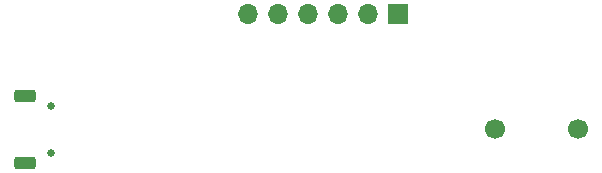
<source format=gbr>
%TF.GenerationSoftware,KiCad,Pcbnew,(6.0.7)*%
%TF.CreationDate,2023-05-28T23:18:47-04:00*%
%TF.ProjectId,microkfd,6d696372-6f6b-4666-942e-6b696361645f,E*%
%TF.SameCoordinates,Original*%
%TF.FileFunction,Soldermask,Bot*%
%TF.FilePolarity,Negative*%
%FSLAX46Y46*%
G04 Gerber Fmt 4.6, Leading zero omitted, Abs format (unit mm)*
G04 Created by KiCad (PCBNEW (6.0.7)) date 2023-05-28 23:18:47*
%MOMM*%
%LPD*%
G01*
G04 APERTURE LIST*
G04 Aperture macros list*
%AMRoundRect*
0 Rectangle with rounded corners*
0 $1 Rounding radius*
0 $2 $3 $4 $5 $6 $7 $8 $9 X,Y pos of 4 corners*
0 Add a 4 corners polygon primitive as box body*
4,1,4,$2,$3,$4,$5,$6,$7,$8,$9,$2,$3,0*
0 Add four circle primitives for the rounded corners*
1,1,$1+$1,$2,$3*
1,1,$1+$1,$4,$5*
1,1,$1+$1,$6,$7*
1,1,$1+$1,$8,$9*
0 Add four rect primitives between the rounded corners*
20,1,$1+$1,$2,$3,$4,$5,0*
20,1,$1+$1,$4,$5,$6,$7,0*
20,1,$1+$1,$6,$7,$8,$9,0*
20,1,$1+$1,$8,$9,$2,$3,0*%
G04 Aperture macros list end*
%ADD10C,0.650000*%
%ADD11RoundRect,0.262500X-0.667500X0.262500X-0.667500X-0.262500X0.667500X-0.262500X0.667500X0.262500X0*%
%ADD12R,1.700000X1.700000*%
%ADD13O,1.700000X1.700000*%
%ADD14C,1.700000*%
G04 APERTURE END LIST*
D10*
%TO.C,J1*%
X100600000Y-102000000D03*
X100600000Y-98000000D03*
D11*
X98450000Y-97175000D03*
X98450000Y-102825000D03*
%TD*%
D12*
%TO.C,J2*%
X130000000Y-90250000D03*
D13*
X127460000Y-90250000D03*
X124920000Y-90250000D03*
X122380000Y-90250000D03*
X119840000Y-90250000D03*
X117300000Y-90250000D03*
%TD*%
D14*
%TO.C,J4*%
X138250000Y-100000000D03*
X145250000Y-100000000D03*
%TD*%
M02*

</source>
